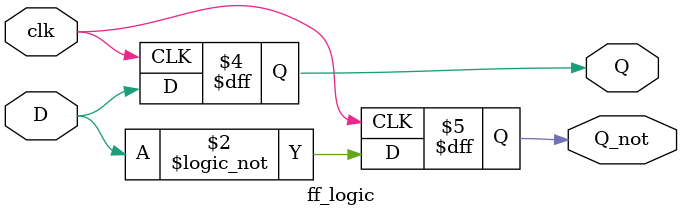
<source format=v>
module ff_logic(input wire clk, input wire D, output reg Q, output reg Q_not);	
	initial begin
		Q <= 0;
		Q_not <= 1;
	end
	always@(posedge clk) 
	begin
		Q <= D;
		Q_not <= !D;
	end
endmodule
</source>
